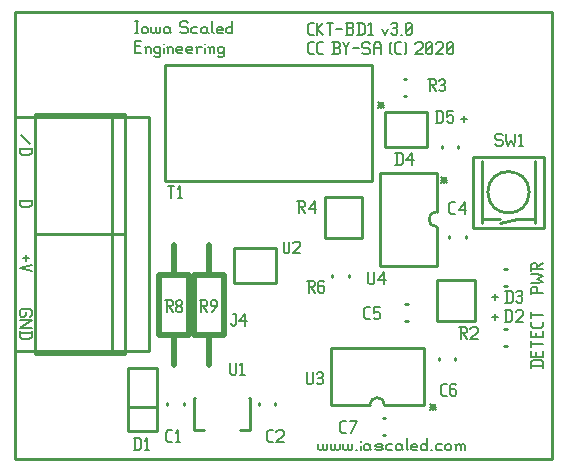
<source format=gbr>
G04 start of page 9 for group -4079 idx -4079 *
G04 Title: (unknown), topsilk *
G04 Creator: pcb 20140316 *
G04 CreationDate: Wed 15 Apr 2020 03:26:38 PM GMT UTC *
G04 For: railfan *
G04 Format: Gerber/RS-274X *
G04 PCB-Dimensions (mil): 1800.00 1500.00 *
G04 PCB-Coordinate-Origin: lower left *
%MOIN*%
%FSLAX25Y25*%
%LNTOPSILK*%
%ADD81C,0.0200*%
%ADD80C,0.0080*%
%ADD79C,0.0100*%
G54D79*X179500Y500D02*X500D01*
Y149500D01*
X179500D01*
Y500D01*
G54D80*X138848Y18925D02*X140848Y16925D01*
X138848D02*X140848Y18925D01*
X138848Y17925D02*X140848D01*
X139848Y18925D02*Y16925D01*
X4000Y68500D02*Y66500D01*
X3000Y67500D02*X5000D01*
X6000Y65300D02*X2000Y64300D01*
X6000Y63300D01*
Y48500D02*X5500Y48000D01*
X6000Y50000D02*Y48500D01*
X5500Y50500D02*X6000Y50000D01*
X2500Y50500D02*X5500D01*
X2500D02*X2000Y50000D01*
Y48500D01*
X2500Y48000D01*
X3500D01*
X4000Y48500D02*X3500Y48000D01*
X4000Y49500D02*Y48500D01*
X2000Y46800D02*X6000D01*
X2000Y44300D01*
X6000D01*
X2000Y42600D02*X6000D01*
Y41300D02*X5300Y40600D01*
X2700D02*X5300D01*
X2000Y41300D02*X2700Y40600D01*
X2000Y43100D02*Y41300D01*
X6000Y43100D02*Y41300D01*
X2000Y86500D02*X6000D01*
Y85200D02*X5300Y84500D01*
X2700D02*X5300D01*
X2000Y85200D02*X2700Y84500D01*
X2000Y87000D02*Y85200D01*
X6000Y87000D02*Y85200D01*
X2500Y108500D02*X5500Y105500D01*
X2000Y103800D02*X6000D01*
Y102500D02*X5300Y101800D01*
X2700D02*X5300D01*
X2000Y102500D02*X2700Y101800D01*
X2000Y104300D02*Y102500D01*
X6000Y104300D02*Y102500D01*
X40500Y146500D02*X41500D01*
X41000D02*Y142500D01*
X40500D02*X41500D01*
X42700Y144000D02*Y143000D01*
Y144000D02*X43200Y144500D01*
X44200D01*
X44700Y144000D01*
Y143000D01*
X44200Y142500D02*X44700Y143000D01*
X43200Y142500D02*X44200D01*
X42700Y143000D02*X43200Y142500D01*
X45900Y144500D02*Y143000D01*
X46400Y142500D01*
X46900D01*
X47400Y143000D01*
Y144500D02*Y143000D01*
X47900Y142500D01*
X48400D01*
X48900Y143000D01*
Y144500D02*Y143000D01*
X51600Y144500D02*X52100Y144000D01*
X50600Y144500D02*X51600D01*
X50100Y144000D02*X50600Y144500D01*
X50100Y144000D02*Y143000D01*
X50600Y142500D01*
X52100Y144500D02*Y143000D01*
X52600Y142500D01*
X50600D02*X51600D01*
X52100Y143000D01*
X57600Y146500D02*X58100Y146000D01*
X56100Y146500D02*X57600D01*
X55600Y146000D02*X56100Y146500D01*
X55600Y146000D02*Y145000D01*
X56100Y144500D01*
X57600D01*
X58100Y144000D01*
Y143000D01*
X57600Y142500D02*X58100Y143000D01*
X56100Y142500D02*X57600D01*
X55600Y143000D02*X56100Y142500D01*
X59800Y144500D02*X61300D01*
X59300Y144000D02*X59800Y144500D01*
X59300Y144000D02*Y143000D01*
X59800Y142500D01*
X61300D01*
X64000Y144500D02*X64500Y144000D01*
X63000Y144500D02*X64000D01*
X62500Y144000D02*X63000Y144500D01*
X62500Y144000D02*Y143000D01*
X63000Y142500D01*
X64500Y144500D02*Y143000D01*
X65000Y142500D01*
X63000D02*X64000D01*
X64500Y143000D01*
X66200Y146500D02*Y143000D01*
X66700Y142500D01*
X68200D02*X69700D01*
X67700Y143000D02*X68200Y142500D01*
X67700Y144000D02*Y143000D01*
Y144000D02*X68200Y144500D01*
X69200D01*
X69700Y144000D01*
X67700Y143500D02*X69700D01*
Y144000D02*Y143500D01*
X72900Y146500D02*Y142500D01*
X72400D02*X72900Y143000D01*
X71400Y142500D02*X72400D01*
X70900Y143000D02*X71400Y142500D01*
X70900Y144000D02*Y143000D01*
Y144000D02*X71400Y144500D01*
X72400D01*
X72900Y144000D01*
X40500Y138200D02*X42000D01*
X40500Y136000D02*X42500D01*
X40500Y140000D02*Y136000D01*
Y140000D02*X42500D01*
X44200Y137500D02*Y136000D01*
Y137500D02*X44700Y138000D01*
X45200D01*
X45700Y137500D01*
Y136000D01*
X43700Y138000D02*X44200Y137500D01*
X48400Y138000D02*X48900Y137500D01*
X47400Y138000D02*X48400D01*
X46900Y137500D02*X47400Y138000D01*
X46900Y137500D02*Y136500D01*
X47400Y136000D01*
X48400D01*
X48900Y136500D01*
X46900Y135000D02*X47400Y134500D01*
X48400D01*
X48900Y135000D01*
Y138000D02*Y135000D01*
X50100Y139000D02*Y138900D01*
Y137500D02*Y136000D01*
X51600Y137500D02*Y136000D01*
Y137500D02*X52100Y138000D01*
X52600D01*
X53100Y137500D01*
Y136000D01*
X51100Y138000D02*X51600Y137500D01*
X54800Y136000D02*X56300D01*
X54300Y136500D02*X54800Y136000D01*
X54300Y137500D02*Y136500D01*
Y137500D02*X54800Y138000D01*
X55800D01*
X56300Y137500D01*
X54300Y137000D02*X56300D01*
Y137500D02*Y137000D01*
X58000Y136000D02*X59500D01*
X57500Y136500D02*X58000Y136000D01*
X57500Y137500D02*Y136500D01*
Y137500D02*X58000Y138000D01*
X59000D01*
X59500Y137500D01*
X57500Y137000D02*X59500D01*
Y137500D02*Y137000D01*
X61200Y137500D02*Y136000D01*
Y137500D02*X61700Y138000D01*
X62700D01*
X60700D02*X61200Y137500D01*
X63900Y139000D02*Y138900D01*
Y137500D02*Y136000D01*
X65400Y137500D02*Y136000D01*
Y137500D02*X65900Y138000D01*
X66400D01*
X66900Y137500D01*
Y136000D01*
X64900Y138000D02*X65400Y137500D01*
X69600Y138000D02*X70100Y137500D01*
X68600Y138000D02*X69600D01*
X68100Y137500D02*X68600Y138000D01*
X68100Y137500D02*Y136500D01*
X68600Y136000D01*
X69600D01*
X70100Y136500D01*
X68100Y135000D02*X68600Y134500D01*
X69600D01*
X70100Y135000D01*
Y138000D02*Y135000D01*
X172500Y56000D02*X176500D01*
X172500Y57500D02*Y55500D01*
Y57500D02*X173000Y58000D01*
X174000D01*
X174500Y57500D02*X174000Y58000D01*
X174500Y57500D02*Y56000D01*
X172500Y59200D02*X174500D01*
X176500Y59700D01*
X174500Y60700D01*
X176500Y61700D01*
X174500Y62200D01*
X172500D02*X174500D01*
X172500Y65400D02*Y63400D01*
Y65400D02*X173000Y65900D01*
X174000D01*
X174500Y65400D02*X174000Y65900D01*
X174500Y65400D02*Y63900D01*
X172500D02*X176500D01*
X174500Y64700D02*X176500Y65900D01*
X172500Y31500D02*X176500D01*
X172500Y32800D02*X173200Y33500D01*
X175800D01*
X176500Y32800D02*X175800Y33500D01*
X176500Y32800D02*Y31000D01*
X172500Y32800D02*Y31000D01*
X174300Y36200D02*Y34700D01*
X176500Y36700D02*Y34700D01*
X172500D02*X176500D01*
X172500Y36700D02*Y34700D01*
Y39900D02*Y37900D01*
Y38900D02*X176500D01*
X174300Y42600D02*Y41100D01*
X176500Y43100D02*Y41100D01*
X172500D02*X176500D01*
X172500Y43100D02*Y41100D01*
X176500Y46300D02*Y45000D01*
X175800Y44300D02*X176500Y45000D01*
X173200Y44300D02*X175800D01*
X173200D02*X172500Y45000D01*
Y46300D02*Y45000D01*
Y49500D02*Y47500D01*
Y48500D02*X176500D01*
X159500Y48000D02*X161500D01*
X160500Y49000D02*Y47000D01*
X159500Y54500D02*X161500D01*
X160500Y55500D02*Y53500D01*
X101500Y5500D02*Y4000D01*
X102000Y3500D01*
X102500D01*
X103000Y4000D01*
Y5500D02*Y4000D01*
X103500Y3500D01*
X104000D01*
X104500Y4000D01*
Y5500D02*Y4000D01*
X105700Y5500D02*Y4000D01*
X106200Y3500D01*
X106700D01*
X107200Y4000D01*
Y5500D02*Y4000D01*
X107700Y3500D01*
X108200D01*
X108700Y4000D01*
Y5500D02*Y4000D01*
X109900Y5500D02*Y4000D01*
X110400Y3500D01*
X110900D01*
X111400Y4000D01*
Y5500D02*Y4000D01*
X111900Y3500D01*
X112400D01*
X112900Y4000D01*
Y5500D02*Y4000D01*
X114100Y3500D02*X114600D01*
X115800Y6500D02*Y6400D01*
Y5000D02*Y3500D01*
X118300Y5500D02*X118800Y5000D01*
X117300Y5500D02*X118300D01*
X116800Y5000D02*X117300Y5500D01*
X116800Y5000D02*Y4000D01*
X117300Y3500D01*
X118800Y5500D02*Y4000D01*
X119300Y3500D01*
X117300D02*X118300D01*
X118800Y4000D01*
X121000Y3500D02*X122500D01*
X123000Y4000D01*
X122500Y4500D02*X123000Y4000D01*
X121000Y4500D02*X122500D01*
X120500Y5000D02*X121000Y4500D01*
X120500Y5000D02*X121000Y5500D01*
X122500D01*
X123000Y5000D01*
X120500Y4000D02*X121000Y3500D01*
X124700Y5500D02*X126200D01*
X124200Y5000D02*X124700Y5500D01*
X124200Y5000D02*Y4000D01*
X124700Y3500D01*
X126200D01*
X128900Y5500D02*X129400Y5000D01*
X127900Y5500D02*X128900D01*
X127400Y5000D02*X127900Y5500D01*
X127400Y5000D02*Y4000D01*
X127900Y3500D01*
X129400Y5500D02*Y4000D01*
X129900Y3500D01*
X127900D02*X128900D01*
X129400Y4000D01*
X131100Y7500D02*Y4000D01*
X131600Y3500D01*
X133100D02*X134600D01*
X132600Y4000D02*X133100Y3500D01*
X132600Y5000D02*Y4000D01*
Y5000D02*X133100Y5500D01*
X134100D01*
X134600Y5000D01*
X132600Y4500D02*X134600D01*
Y5000D02*Y4500D01*
X137800Y7500D02*Y3500D01*
X137300D02*X137800Y4000D01*
X136300Y3500D02*X137300D01*
X135800Y4000D02*X136300Y3500D01*
X135800Y5000D02*Y4000D01*
Y5000D02*X136300Y5500D01*
X137300D01*
X137800Y5000D01*
X139000Y3500D02*X139500D01*
X141200Y5500D02*X142700D01*
X140700Y5000D02*X141200Y5500D01*
X140700Y5000D02*Y4000D01*
X141200Y3500D01*
X142700D01*
X143900Y5000D02*Y4000D01*
Y5000D02*X144400Y5500D01*
X145400D01*
X145900Y5000D01*
Y4000D01*
X145400Y3500D02*X145900Y4000D01*
X144400Y3500D02*X145400D01*
X143900Y4000D02*X144400Y3500D01*
X147600Y5000D02*Y3500D01*
Y5000D02*X148100Y5500D01*
X148600D01*
X149100Y5000D01*
Y3500D01*
Y5000D02*X149600Y5500D01*
X150100D01*
X150600Y5000D01*
Y3500D01*
X147100Y5500D02*X147600Y5000D01*
X142500Y94500D02*X144500Y92500D01*
X142500D02*X144500Y94500D01*
X142500Y93500D02*X144500D01*
X143500Y94500D02*Y92500D01*
X121500Y119500D02*X123500Y117500D01*
X121500D02*X123500Y119500D01*
X121500Y118500D02*X123500D01*
X122500Y119500D02*Y117500D01*
X98700Y142000D02*X100000D01*
X98000Y142700D02*X98700Y142000D01*
X98000Y145300D02*Y142700D01*
Y145300D02*X98700Y146000D01*
X100000D01*
X101200D02*Y142000D01*
Y144000D02*X103200Y146000D01*
X101200Y144000D02*X103200Y142000D01*
X104400Y146000D02*X106400D01*
X105400D02*Y142000D01*
X107600Y144000D02*X109600D01*
X110800Y142000D02*X112800D01*
X113300Y142500D01*
Y143700D02*Y142500D01*
X112800Y144200D02*X113300Y143700D01*
X111300Y144200D02*X112800D01*
X111300Y146000D02*Y142000D01*
X110800Y146000D02*X112800D01*
X113300Y145500D01*
Y144700D01*
X112800Y144200D02*X113300Y144700D01*
X115000Y146000D02*Y142000D01*
X116300Y146000D02*X117000Y145300D01*
Y142700D01*
X116300Y142000D02*X117000Y142700D01*
X114500Y142000D02*X116300D01*
X114500Y146000D02*X116300D01*
X118200Y145200D02*X119000Y146000D01*
Y142000D01*
X118200D02*X119700D01*
X122700Y144000D02*X123700Y142000D01*
X124700Y144000D02*X123700Y142000D01*
X125900Y145500D02*X126400Y146000D01*
X127400D01*
X127900Y145500D01*
X127400Y142000D02*X127900Y142500D01*
X126400Y142000D02*X127400D01*
X125900Y142500D02*X126400Y142000D01*
Y144200D02*X127400D01*
X127900Y145500D02*Y144700D01*
Y143700D02*Y142500D01*
Y143700D02*X127400Y144200D01*
X127900Y144700D02*X127400Y144200D01*
X129100Y142000D02*X129600D01*
X130800Y142500D02*X131300Y142000D01*
X130800Y145500D02*Y142500D01*
Y145500D02*X131300Y146000D01*
X132300D01*
X132800Y145500D01*
Y142500D01*
X132300Y142000D02*X132800Y142500D01*
X131300Y142000D02*X132300D01*
X130800Y143000D02*X132800Y145000D01*
X98700Y135500D02*X100000D01*
X98000Y136200D02*X98700Y135500D01*
X98000Y138800D02*Y136200D01*
Y138800D02*X98700Y139500D01*
X100000D01*
X101900Y135500D02*X103200D01*
X101200Y136200D02*X101900Y135500D01*
X101200Y138800D02*Y136200D01*
Y138800D02*X101900Y139500D01*
X103200D01*
X106200Y135500D02*X108200D01*
X108700Y136000D01*
Y137200D02*Y136000D01*
X108200Y137700D02*X108700Y137200D01*
X106700Y137700D02*X108200D01*
X106700Y139500D02*Y135500D01*
X106200Y139500D02*X108200D01*
X108700Y139000D01*
Y138200D01*
X108200Y137700D02*X108700Y138200D01*
X109900Y139500D02*X110900Y137500D01*
X111900Y139500D01*
X110900Y137500D02*Y135500D01*
X113100Y137500D02*X115100D01*
X118300Y139500D02*X118800Y139000D01*
X116800Y139500D02*X118300D01*
X116300Y139000D02*X116800Y139500D01*
X116300Y139000D02*Y138000D01*
X116800Y137500D01*
X118300D01*
X118800Y137000D01*
Y136000D01*
X118300Y135500D02*X118800Y136000D01*
X116800Y135500D02*X118300D01*
X116300Y136000D02*X116800Y135500D01*
X120000Y138500D02*Y135500D01*
Y138500D02*X120700Y139500D01*
X121800D01*
X122500Y138500D01*
Y135500D01*
X120000Y137500D02*X122500D01*
X125500Y136000D02*X126000Y135500D01*
X125500Y139000D02*X126000Y139500D01*
X125500Y139000D02*Y136000D01*
X127900Y135500D02*X129200D01*
X127200Y136200D02*X127900Y135500D01*
X127200Y138800D02*Y136200D01*
Y138800D02*X127900Y139500D01*
X129200D01*
X130400D02*X130900Y139000D01*
Y136000D01*
X130400Y135500D02*X130900Y136000D01*
X133900Y139000D02*X134400Y139500D01*
X135900D01*
X136400Y139000D01*
Y138000D01*
X133900Y135500D02*X136400Y138000D01*
X133900Y135500D02*X136400D01*
X137600Y136000D02*X138100Y135500D01*
X137600Y139000D02*Y136000D01*
Y139000D02*X138100Y139500D01*
X139100D01*
X139600Y139000D01*
Y136000D01*
X139100Y135500D02*X139600Y136000D01*
X138100Y135500D02*X139100D01*
X137600Y136500D02*X139600Y138500D01*
X140800Y139000D02*X141300Y139500D01*
X142800D01*
X143300Y139000D01*
Y138000D01*
X140800Y135500D02*X143300Y138000D01*
X140800Y135500D02*X143300D01*
X144500Y136000D02*X145000Y135500D01*
X144500Y139000D02*Y136000D01*
Y139000D02*X145000Y139500D01*
X146000D01*
X146500Y139000D01*
Y136000D01*
X146000Y135500D02*X146500Y136000D01*
X145000Y135500D02*X146000D01*
X144500Y136500D02*X146500Y138500D01*
X149000Y114000D02*X151000D01*
X150000Y115000D02*Y113000D01*
G54D79*X50500Y93250D02*X119500D01*
X50500Y131750D02*X119500D01*
Y93250D01*
X50500Y131750D02*Y93250D01*
X500Y114500D02*Y36500D01*
X45000Y114500D02*Y36500D01*
X500Y114500D02*X45000D01*
X500Y36500D02*X45000D01*
X7200Y115500D02*Y75500D01*
X37200Y115500D02*Y75500D01*
X32800Y115500D02*Y75500D01*
X7200Y115500D02*X37200D01*
X7200Y75500D02*X37200D01*
X7200D02*Y35500D01*
X37200Y75500D02*Y35500D01*
X32800Y75500D02*Y35500D01*
X7200Y75500D02*X37200D01*
X7200Y35500D02*X37200D01*
G54D81*X58500Y62000D02*Y42000D01*
X48500D02*X58500D01*
X48500Y62000D02*Y42000D01*
Y62000D02*X58500D01*
X53500Y72000D02*Y62000D01*
Y42000D02*Y32000D01*
X70000Y62000D02*Y42000D01*
X60000D02*X70000D01*
X60000Y62000D02*Y42000D01*
Y62000D02*X70000D01*
X65000Y72000D02*Y62000D01*
Y42000D02*Y32000D01*
G54D79*X73600Y71000D02*X87500D01*
X73600D02*Y59200D01*
X87500D01*
Y71000D02*Y59200D01*
X78750Y20901D02*Y10271D01*
X60250Y20901D02*Y10271D01*
X75500D02*X78750D01*
X60250D02*X63500D01*
X78571Y20901D02*X78750D01*
X60250D02*X60429D01*
X87255Y19393D02*Y18607D01*
X81745Y19393D02*Y18607D01*
X56755Y19393D02*Y18607D01*
X51245Y19393D02*Y18607D01*
X47800Y31000D02*Y10000D01*
X38200Y31000D02*Y10000D01*
X47800D01*
X38200Y31000D02*X47800D01*
X38200Y18000D02*X47800D01*
X136700Y37500D02*Y18500D01*
X105700Y37500D02*X136700D01*
X105700D02*Y18500D01*
X123700D02*X136700D01*
X105700D02*X118700D01*
X123700D02*G75*G03X118700Y18500I-2500J0D01*G01*
X141745Y34393D02*Y33607D01*
X147255Y34393D02*Y33607D01*
X123107Y14255D02*X123893D01*
X123107Y8745D02*X123893D01*
X163607Y38245D02*X164393D01*
X163607Y43755D02*X164393D01*
X130107Y121745D02*X130893D01*
X130107Y127255D02*X130893D01*
X123900Y116400D02*X137800D01*
X123900D02*Y104600D01*
X137800D01*
Y116400D02*Y104600D01*
X103701Y87890D02*X116299D01*
Y74110D01*
X103701D01*
Y87890D01*
X106245Y61893D02*Y61107D01*
X111755Y61893D02*Y61107D01*
X141201Y46610D02*X153799D01*
X141201Y60390D02*Y46610D01*
Y60390D02*X153799D01*
Y46610D01*
X130607Y52255D02*X131393D01*
X130607Y46745D02*X131393D01*
X163607Y58245D02*X164393D01*
X163607Y63755D02*X164393D01*
X122000Y96000D02*X141000D01*
X122000D02*Y65000D01*
X141000D01*
Y96000D02*Y83000D01*
Y78000D02*Y65000D01*
Y83000D02*G75*G03X141000Y78000I0J-2500D01*G01*
X145245Y74936D02*Y74150D01*
X150755Y74936D02*Y74150D01*
X142745Y104893D02*Y104107D01*
X148255Y104893D02*Y104107D01*
X176800Y101300D02*Y77700D01*
X153200Y101300D02*Y77700D01*
X176800D01*
X153200Y101300D02*X176800D01*
X173850Y99825D02*Y79175D01*
X156150Y99825D02*Y79175D01*
Y80650D02*X162050D01*
X167950D02*X173850D01*
X162050Y79175D02*X167950Y80650D01*
X171900Y89500D02*G75*G03X171900Y89500I-6900J0D01*G01*
G75*G03X158100Y89500I-6900J0D01*G01*
G54D80*X90000Y73030D02*Y69635D01*
X90485Y69150D01*
X91455D01*
X91940Y69635D01*
Y73030D02*Y69635D01*
X93104Y72545D02*X93589Y73030D01*
X95044D01*
X95529Y72545D01*
Y71575D01*
X93104Y69150D02*X95529Y71575D01*
X93104Y69150D02*X95529D01*
X118304Y62851D02*Y59351D01*
X118804Y58851D01*
X119804D01*
X120304Y59351D01*
Y62851D02*Y59351D01*
X121504Y60351D02*X123504Y62851D01*
X121504Y60351D02*X124004D01*
X123504Y62851D02*Y58851D01*
X97936Y60064D02*X99936D01*
X100436Y59564D01*
Y58564D01*
X99936Y58064D02*X100436Y58564D01*
X98436Y58064D02*X99936D01*
X98436Y60064D02*Y56064D01*
X99236Y58064D02*X100436Y56064D01*
X103136Y60064D02*X103636Y59564D01*
X102136Y60064D02*X103136D01*
X101636Y59564D02*X102136Y60064D01*
X101636Y59564D02*Y56564D01*
X102136Y56064D01*
X103136Y58264D02*X103636Y57764D01*
X101636Y58264D02*X103136D01*
X102136Y56064D02*X103136D01*
X103636Y56564D01*
Y57764D02*Y56564D01*
X148543Y44500D02*X150543D01*
X151043Y44000D01*
Y43000D01*
X150543Y42500D02*X151043Y43000D01*
X149043Y42500D02*X150543D01*
X149043Y44500D02*Y40500D01*
X149843Y42500D02*X151043Y40500D01*
X152243Y44000D02*X152743Y44500D01*
X154243D01*
X154743Y44000D01*
Y43000D01*
X152243Y40500D02*X154743Y43000D01*
X152243Y40500D02*X154743D01*
X143050Y21650D02*X144350D01*
X142350Y22350D02*X143050Y21650D01*
X142350Y24950D02*Y22350D01*
Y24950D02*X143050Y25650D01*
X144350D01*
X147050D02*X147550Y25150D01*
X146050Y25650D02*X147050D01*
X145550Y25150D02*X146050Y25650D01*
X145550Y25150D02*Y22150D01*
X146050Y21650D01*
X147050Y23850D02*X147550Y23350D01*
X145550Y23850D02*X147050D01*
X146050Y21650D02*X147050D01*
X147550Y22150D01*
Y23350D02*Y22150D01*
X109507Y9150D02*X110807D01*
X108807Y9850D02*X109507Y9150D01*
X108807Y12450D02*Y9850D01*
Y12450D02*X109507Y13150D01*
X110807D01*
X112507Y9150D02*X114507Y13150D01*
X112007D02*X114507D01*
X164264Y50150D02*Y46150D01*
X165564Y50150D02*X166264Y49450D01*
Y46850D01*
X165564Y46150D02*X166264Y46850D01*
X163764Y46150D02*X165564D01*
X163764Y50150D02*X165564D01*
X167464Y49650D02*X167964Y50150D01*
X169464D01*
X169964Y49650D01*
Y48650D01*
X167464Y46150D02*X169964Y48650D01*
X167464Y46150D02*X169964D01*
X117550Y47150D02*X118850D01*
X116850Y47850D02*X117550Y47150D01*
X116850Y50450D02*Y47850D01*
Y50450D02*X117550Y51150D01*
X118850D01*
X120050D02*X122050D01*
X120050D02*Y49150D01*
X120550Y49650D01*
X121550D01*
X122050Y49150D01*
Y47650D01*
X121550Y47150D02*X122050Y47650D01*
X120550Y47150D02*X121550D01*
X120050Y47650D02*X120550Y47150D01*
X51500Y91500D02*X53500D01*
X52500D02*Y87500D01*
X54700Y90700D02*X55500Y91500D01*
Y87500D01*
X54700D02*X56200D01*
X50500Y53500D02*X52500D01*
X53000Y53000D01*
Y52000D01*
X52500Y51500D02*X53000Y52000D01*
X51000Y51500D02*X52500D01*
X51000Y53500D02*Y49500D01*
X51800Y51500D02*X53000Y49500D01*
X54200Y50000D02*X54700Y49500D01*
X54200Y50800D02*Y50000D01*
Y50800D02*X54900Y51500D01*
X55500D01*
X56200Y50800D01*
Y50000D01*
X55700Y49500D02*X56200Y50000D01*
X54700Y49500D02*X55700D01*
X54200Y52200D02*X54900Y51500D01*
X54200Y53000D02*Y52200D01*
Y53000D02*X54700Y53500D01*
X55700D01*
X56200Y53000D01*
Y52200D01*
X55500Y51500D02*X56200Y52200D01*
X62000Y53500D02*X64000D01*
X64500Y53000D01*
Y52000D01*
X64000Y51500D02*X64500Y52000D01*
X62500Y51500D02*X64000D01*
X62500Y53500D02*Y49500D01*
X63300Y51500D02*X64500Y49500D01*
X66200D02*X67700Y51500D01*
Y53000D02*Y51500D01*
X67200Y53500D02*X67700Y53000D01*
X66200Y53500D02*X67200D01*
X65700Y53000D02*X66200Y53500D01*
X65700Y53000D02*Y52000D01*
X66200Y51500D01*
X67700D01*
X72301Y32595D02*Y29095D01*
X72801Y28595D01*
X73801D01*
X74301Y29095D01*
Y32595D02*Y29095D01*
X75501Y31795D02*X76301Y32595D01*
Y28595D01*
X75501D02*X77001D01*
X85050Y6150D02*X86350D01*
X84350Y6850D02*X85050Y6150D01*
X84350Y9450D02*Y6850D01*
Y9450D02*X85050Y10150D01*
X86350D01*
X87550Y9650D02*X88050Y10150D01*
X89550D01*
X90050Y9650D01*
Y8650D01*
X87550Y6150D02*X90050Y8650D01*
X87550Y6150D02*X90050D01*
X97800Y29500D02*Y26000D01*
X98300Y25500D01*
X99300D01*
X99800Y26000D01*
Y29500D02*Y26000D01*
X101000Y29000D02*X101500Y29500D01*
X102500D01*
X103000Y29000D01*
X102500Y25500D02*X103000Y26000D01*
X101500Y25500D02*X102500D01*
X101000Y26000D02*X101500Y25500D01*
Y27700D02*X102500D01*
X103000Y29000D02*Y28200D01*
Y27200D02*Y26000D01*
Y27200D02*X102500Y27700D01*
X103000Y28200D02*X102500Y27700D01*
X51593Y6107D02*X52893D01*
X50893Y6807D02*X51593Y6107D01*
X50893Y9407D02*Y6807D01*
Y9407D02*X51593Y10107D01*
X52893D01*
X54093Y9307D02*X54893Y10107D01*
Y6107D01*
X54093D02*X55593D01*
X40500Y7500D02*Y3500D01*
X41800Y7500D02*X42500Y6800D01*
Y4200D01*
X41800Y3500D02*X42500Y4200D01*
X40000Y3500D02*X41800D01*
X40000Y7500D02*X41800D01*
X43700Y6700D02*X44500Y7500D01*
Y3500D01*
X43700D02*X45200D01*
X73286Y49000D02*X74086D01*
Y45500D01*
X73586Y45000D02*X74086Y45500D01*
X73086Y45000D02*X73586D01*
X72586Y45500D02*X73086Y45000D01*
X72586Y46000D02*Y45500D01*
X75286Y46500D02*X77286Y49000D01*
X75286Y46500D02*X77786D01*
X77286Y49000D02*Y45000D01*
X94652Y86575D02*X96652D01*
X97152Y86075D01*
Y85075D01*
X96652Y84575D02*X97152Y85075D01*
X95152Y84575D02*X96652D01*
X95152Y86575D02*Y82575D01*
X95952Y84575D02*X97152Y82575D01*
X98352Y84075D02*X100352Y86575D01*
X98352Y84075D02*X100852D01*
X100352Y86575D02*Y82575D01*
X164436Y56650D02*Y52650D01*
X165736Y56650D02*X166436Y55950D01*
Y53350D01*
X165736Y52650D02*X166436Y53350D01*
X163936Y52650D02*X165736D01*
X163936Y56650D02*X165736D01*
X167636Y56150D02*X168136Y56650D01*
X169136D01*
X169636Y56150D01*
X169136Y52650D02*X169636Y53150D01*
X168136Y52650D02*X169136D01*
X167636Y53150D02*X168136Y52650D01*
Y54850D02*X169136D01*
X169636Y56150D02*Y55350D01*
Y54350D02*Y53150D01*
Y54350D02*X169136Y54850D01*
X169636Y55350D02*X169136Y54850D01*
X145964Y82150D02*X147264D01*
X145264Y82850D02*X145964Y82150D01*
X145264Y85450D02*Y82850D01*
Y85450D02*X145964Y86150D01*
X147264D01*
X148464Y83650D02*X150464Y86150D01*
X148464Y83650D02*X150964D01*
X150464Y86150D02*Y82150D01*
X138221Y127170D02*X140181D01*
X140671Y126680D01*
Y125700D01*
X140181Y125210D02*X140671Y125700D01*
X138711Y125210D02*X140181D01*
X138711Y127170D02*Y123250D01*
X139495Y125210D02*X140671Y123250D01*
X141847Y126680D02*X142337Y127170D01*
X143317D01*
X143807Y126680D01*
X143317Y123250D02*X143807Y123740D01*
X142337Y123250D02*X143317D01*
X141847Y123740D02*X142337Y123250D01*
Y125406D02*X143317D01*
X143807Y126680D02*Y125896D01*
Y124916D02*Y123740D01*
Y124916D02*X143317Y125406D01*
X143807Y125896D02*X143317Y125406D01*
X127700Y102600D02*Y98600D01*
X129000Y102600D02*X129700Y101900D01*
Y99300D01*
X129000Y98600D02*X129700Y99300D01*
X127200Y98600D02*X129000D01*
X127200Y102600D02*X129000D01*
X130900Y100100D02*X132900Y102600D01*
X130900Y100100D02*X133400D01*
X132900Y102600D02*Y98600D01*
X141307Y116650D02*Y112650D01*
X142607Y116650D02*X143307Y115950D01*
Y113350D01*
X142607Y112650D02*X143307Y113350D01*
X140807Y112650D02*X142607D01*
X140807Y116650D02*X142607D01*
X144507D02*X146507D01*
X144507D02*Y114650D01*
X145007Y115150D01*
X146007D01*
X146507Y114650D01*
Y113150D01*
X146007Y112650D02*X146507Y113150D01*
X145007Y112650D02*X146007D01*
X144507Y113150D02*X145007Y112650D01*
X162500Y109000D02*X163000Y108500D01*
X161000Y109000D02*X162500D01*
X160500Y108500D02*X161000Y109000D01*
X160500Y108500D02*Y107500D01*
X161000Y107000D01*
X162500D01*
X163000Y106500D01*
Y105500D01*
X162500Y105000D02*X163000Y105500D01*
X161000Y105000D02*X162500D01*
X160500Y105500D02*X161000Y105000D01*
X164200Y109000D02*Y107000D01*
X164700Y105000D01*
X165700Y107000D01*
X166700Y105000D01*
X167200Y107000D01*
Y109000D02*Y107000D01*
X168400Y108200D02*X169200Y109000D01*
Y105000D01*
X168400D02*X169900D01*
M02*

</source>
